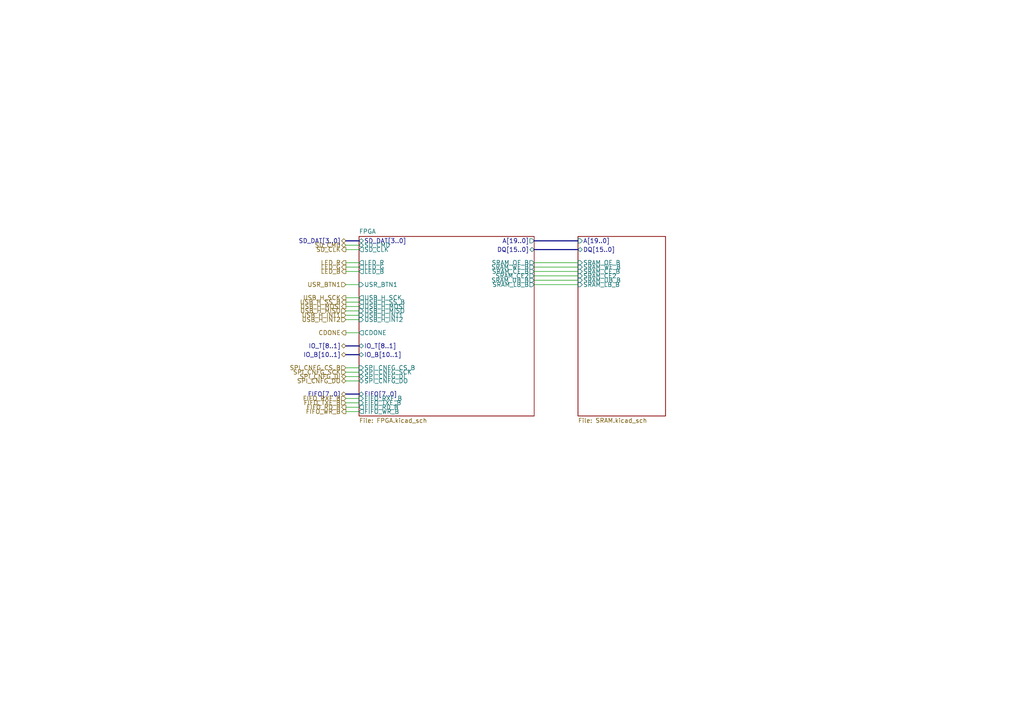
<source format=kicad_sch>
(kicad_sch
	(version 20250114)
	(generator "eeschema")
	(generator_version "9.0")
	(uuid "4352297a-e32b-4d0d-aeec-02d3edae7d1a")
	(paper "A4")
	(lib_symbols)
	(wire
		(pts
			(xy 154.94 78.74) (xy 167.64 78.74)
		)
		(stroke
			(width 0)
			(type default)
		)
		(uuid "0cd21ca4-29b7-4026-9f50-7b09699f7402")
	)
	(wire
		(pts
			(xy 100.33 118.11) (xy 104.14 118.11)
		)
		(stroke
			(width 0)
			(type default)
		)
		(uuid "0ded3ce6-b966-445e-aacc-bc9b42593b85")
	)
	(bus
		(pts
			(xy 154.94 69.85) (xy 167.64 69.85)
		)
		(stroke
			(width 0)
			(type default)
		)
		(uuid "13ecce82-6aba-4d21-b5c0-c820101e6a5a")
	)
	(bus
		(pts
			(xy 100.33 102.87) (xy 104.14 102.87)
		)
		(stroke
			(width 0)
			(type default)
		)
		(uuid "1eaf0903-38b9-4a19-b180-7c1ec1aa00e4")
	)
	(wire
		(pts
			(xy 100.33 78.74) (xy 104.14 78.74)
		)
		(stroke
			(width 0)
			(type default)
		)
		(uuid "251fb74a-e0c5-44e9-96a2-fd13ec306d69")
	)
	(wire
		(pts
			(xy 100.33 91.44) (xy 104.14 91.44)
		)
		(stroke
			(width 0)
			(type default)
		)
		(uuid "2d2b7b40-816e-4ad6-ac97-100b1008dfb5")
	)
	(wire
		(pts
			(xy 100.33 96.52) (xy 104.14 96.52)
		)
		(stroke
			(width 0)
			(type default)
		)
		(uuid "30d4207c-39b2-427d-909e-b43e1184a4c8")
	)
	(wire
		(pts
			(xy 100.33 71.12) (xy 104.14 71.12)
		)
		(stroke
			(width 0)
			(type default)
		)
		(uuid "335d4511-dd9b-4265-8f21-d6e8569d47c9")
	)
	(wire
		(pts
			(xy 100.33 110.49) (xy 104.14 110.49)
		)
		(stroke
			(width 0)
			(type default)
		)
		(uuid "38ac094c-11fe-4703-9eba-2a6604cb4101")
	)
	(wire
		(pts
			(xy 100.33 109.22) (xy 104.14 109.22)
		)
		(stroke
			(width 0)
			(type default)
		)
		(uuid "3f699d68-efa3-4d4b-90c6-b18b542b13fe")
	)
	(wire
		(pts
			(xy 100.33 76.2) (xy 104.14 76.2)
		)
		(stroke
			(width 0)
			(type default)
		)
		(uuid "42bff415-6629-4914-81bb-a6e4651cedd8")
	)
	(bus
		(pts
			(xy 100.33 114.3) (xy 104.14 114.3)
		)
		(stroke
			(width 0)
			(type default)
		)
		(uuid "4c36b8de-0580-49d1-acf0-96e3a66c1266")
	)
	(wire
		(pts
			(xy 100.33 87.63) (xy 104.14 87.63)
		)
		(stroke
			(width 0)
			(type default)
		)
		(uuid "4d90f094-a6a8-4328-a783-2fc10549128c")
	)
	(wire
		(pts
			(xy 154.94 81.28) (xy 167.64 81.28)
		)
		(stroke
			(width 0)
			(type default)
		)
		(uuid "515fcdad-0710-4a40-a5a2-c9cd5d496065")
	)
	(wire
		(pts
			(xy 154.94 77.47) (xy 167.64 77.47)
		)
		(stroke
			(width 0)
			(type default)
		)
		(uuid "6bda5b1c-c9df-42b4-acc6-83818df4d21c")
	)
	(bus
		(pts
			(xy 154.94 72.39) (xy 167.64 72.39)
		)
		(stroke
			(width 0)
			(type default)
		)
		(uuid "6dd260d0-729c-49a0-89b7-61305c33b238")
	)
	(wire
		(pts
			(xy 100.33 92.71) (xy 104.14 92.71)
		)
		(stroke
			(width 0)
			(type default)
		)
		(uuid "736a9483-f484-4746-b850-4928fa2eb456")
	)
	(wire
		(pts
			(xy 100.33 90.17) (xy 104.14 90.17)
		)
		(stroke
			(width 0)
			(type default)
		)
		(uuid "75c6a5c2-e21f-4abb-9d70-354ed2d6e0ce")
	)
	(wire
		(pts
			(xy 100.33 86.36) (xy 104.14 86.36)
		)
		(stroke
			(width 0)
			(type default)
		)
		(uuid "7a1c0064-5b3f-48b6-9384-8eaaec9647f6")
	)
	(wire
		(pts
			(xy 100.33 119.38) (xy 104.14 119.38)
		)
		(stroke
			(width 0)
			(type default)
		)
		(uuid "7a468fbf-6953-41ca-9084-eb70980a268f")
	)
	(wire
		(pts
			(xy 100.33 107.95) (xy 104.14 107.95)
		)
		(stroke
			(width 0)
			(type default)
		)
		(uuid "976563df-5e51-40a3-bca0-d37354a52dbf")
	)
	(bus
		(pts
			(xy 100.33 69.85) (xy 104.14 69.85)
		)
		(stroke
			(width 0)
			(type default)
		)
		(uuid "bb301b87-01de-4273-8e6c-28ea2dd50287")
	)
	(wire
		(pts
			(xy 154.94 76.2) (xy 167.64 76.2)
		)
		(stroke
			(width 0)
			(type default)
		)
		(uuid "bd993e17-1a18-4178-9b76-d3c0f4722908")
	)
	(wire
		(pts
			(xy 100.33 115.57) (xy 104.14 115.57)
		)
		(stroke
			(width 0)
			(type default)
		)
		(uuid "c03d6c3c-5a1b-415c-b8ec-9fee7612bbef")
	)
	(wire
		(pts
			(xy 100.33 88.9) (xy 104.14 88.9)
		)
		(stroke
			(width 0)
			(type default)
		)
		(uuid "c399ca5e-d742-4b3f-b484-478caf6bebd8")
	)
	(wire
		(pts
			(xy 100.33 116.84) (xy 104.14 116.84)
		)
		(stroke
			(width 0)
			(type default)
		)
		(uuid "c5d7a71f-4000-4a8a-a4aa-33805c592c67")
	)
	(wire
		(pts
			(xy 154.94 80.01) (xy 167.64 80.01)
		)
		(stroke
			(width 0)
			(type default)
		)
		(uuid "cccabc71-33fb-4aff-ad70-fcf45c8e12af")
	)
	(wire
		(pts
			(xy 100.33 77.47) (xy 104.14 77.47)
		)
		(stroke
			(width 0)
			(type default)
		)
		(uuid "cf811994-f002-488c-a6a9-f4f8b3b9a044")
	)
	(wire
		(pts
			(xy 100.33 72.39) (xy 104.14 72.39)
		)
		(stroke
			(width 0)
			(type default)
		)
		(uuid "d95614c0-5a2b-4591-9c01-95c8ce24c97f")
	)
	(wire
		(pts
			(xy 154.94 82.55) (xy 167.64 82.55)
		)
		(stroke
			(width 0)
			(type default)
		)
		(uuid "e3876356-bc46-443d-a4eb-6e5500357cf8")
	)
	(wire
		(pts
			(xy 100.33 106.68) (xy 104.14 106.68)
		)
		(stroke
			(width 0)
			(type default)
		)
		(uuid "ebbb3a04-4d84-43c9-8deb-1268ee453a3a")
	)
	(wire
		(pts
			(xy 100.33 82.55) (xy 104.14 82.55)
		)
		(stroke
			(width 0)
			(type default)
		)
		(uuid "eca7f51a-5715-4fc0-8375-526d6ef1b6fa")
	)
	(bus
		(pts
			(xy 100.33 100.33) (xy 104.14 100.33)
		)
		(stroke
			(width 0)
			(type default)
		)
		(uuid "f6420543-5554-475f-a7e7-1321efef7a01")
	)
	(hierarchical_label "LED_B"
		(shape output)
		(at 100.33 78.74 180)
		(effects
			(font
				(size 1.27 1.27)
			)
			(justify right)
		)
		(uuid "02ce3184-12d3-4c0b-8757-c8cb8f79ca79")
	)
	(hierarchical_label "SD_DAT[3..0]"
		(shape bidirectional)
		(at 100.33 69.85 180)
		(effects
			(font
				(size 1.27 1.27)
			)
			(justify right)
		)
		(uuid "06c4fddb-1716-4a2e-a44e-9969f974819f")
	)
	(hierarchical_label "USB_H_SS_B"
		(shape output)
		(at 100.33 87.63 180)
		(effects
			(font
				(size 1.27 1.27)
			)
			(justify right)
		)
		(uuid "088d2d9b-191f-4fff-b51c-3b25ad7d612e")
	)
	(hierarchical_label "USR_BTN1"
		(shape input)
		(at 100.33 82.55 180)
		(effects
			(font
				(size 1.27 1.27)
			)
			(justify right)
		)
		(uuid "0c930c4f-3f1a-4798-be68-704437964705")
	)
	(hierarchical_label "CDONE"
		(shape output)
		(at 100.33 96.52 180)
		(effects
			(font
				(size 1.27 1.27)
			)
			(justify right)
		)
		(uuid "29cafb4b-96fc-467b-9001-b6c0099365dd")
	)
	(hierarchical_label "USB_H_MOSI"
		(shape output)
		(at 100.33 88.9 180)
		(effects
			(font
				(size 1.27 1.27)
			)
			(justify right)
		)
		(uuid "33f10cd2-5ad8-4148-88d4-cf6b53ce26c0")
	)
	(hierarchical_label "SPI_CNFG_DI"
		(shape bidirectional)
		(at 100.33 109.22 180)
		(effects
			(font
				(size 1.27 1.27)
			)
			(justify right)
		)
		(uuid "3d195c3a-bebb-4f81-b432-dff2597536d2")
	)
	(hierarchical_label "LED_R"
		(shape output)
		(at 100.33 76.2 180)
		(effects
			(font
				(size 1.27 1.27)
			)
			(justify right)
		)
		(uuid "40bb6364-e90f-4013-bedc-6a86bbd3ff27")
	)
	(hierarchical_label "USB_H_INT1"
		(shape input)
		(at 100.33 91.44 180)
		(effects
			(font
				(size 1.27 1.27)
			)
			(justify right)
		)
		(uuid "4535b783-f42e-4b76-b3eb-fbcdcfdb9f07")
	)
	(hierarchical_label "SPI_CNFG_DO"
		(shape bidirectional)
		(at 100.33 110.49 180)
		(effects
			(font
				(size 1.27 1.27)
			)
			(justify right)
		)
		(uuid "48d6abdb-e298-4545-84c8-88e13844d253")
	)
	(hierarchical_label "SD_CLK"
		(shape output)
		(at 100.33 72.39 180)
		(effects
			(font
				(size 1.27 1.27)
			)
			(justify right)
		)
		(uuid "4f548b0b-a604-4b2e-87f8-c06fb329ef34")
	)
	(hierarchical_label "SD_CMD"
		(shape bidirectional)
		(at 100.33 71.12 180)
		(effects
			(font
				(size 1.27 1.27)
			)
			(justify right)
		)
		(uuid "5811d458-bb73-401e-860c-d14093e515de")
	)
	(hierarchical_label "FIFO_RXF_B"
		(shape input)
		(at 100.33 115.57 180)
		(effects
			(font
				(size 1.27 1.27)
			)
			(justify right)
		)
		(uuid "63b1c38b-e99e-4ca9-a261-1ee9f81acf06")
	)
	(hierarchical_label "IO_T[8..1]"
		(shape bidirectional)
		(at 100.33 100.33 180)
		(effects
			(font
				(size 1.27 1.27)
			)
			(justify right)
		)
		(uuid "75726dc2-ff30-4dc4-b5d1-df2b83c4fccb")
	)
	(hierarchical_label "FIFO[7..0]"
		(shape bidirectional)
		(at 100.33 114.3 180)
		(effects
			(font
				(size 1.27 1.27)
			)
			(justify right)
		)
		(uuid "7923e515-468e-4163-9102-2be363927546")
	)
	(hierarchical_label "FIFO_RD_B"
		(shape output)
		(at 100.33 118.11 180)
		(effects
			(font
				(size 1.27 1.27)
			)
			(justify right)
		)
		(uuid "8a8540f8-53c7-4558-b82a-7ca2e35300fe")
	)
	(hierarchical_label "IO_B[10..1]"
		(shape bidirectional)
		(at 100.33 102.87 180)
		(effects
			(font
				(size 1.27 1.27)
			)
			(justify right)
		)
		(uuid "944d359b-3354-4590-a9b9-56f74d71dfdd")
	)
	(hierarchical_label "USB_H_SCK"
		(shape output)
		(at 100.33 86.36 180)
		(effects
			(font
				(size 1.27 1.27)
			)
			(justify right)
		)
		(uuid "9698c354-625c-4696-9f16-784a4244393d")
	)
	(hierarchical_label "SPI_CNFG_CS_B"
		(shape input)
		(at 100.33 106.68 180)
		(effects
			(font
				(size 1.27 1.27)
			)
			(justify right)
		)
		(uuid "b83dc967-d83c-49a7-b15a-175d8435a908")
	)
	(hierarchical_label "SPI_CNFG_SCK"
		(shape input)
		(at 100.33 107.95 180)
		(effects
			(font
				(size 1.27 1.27)
			)
			(justify right)
		)
		(uuid "b8f55118-fbae-4827-bbf6-5d9fa354b236")
	)
	(hierarchical_label "USB_H_INT2"
		(shape input)
		(at 100.33 92.71 180)
		(effects
			(font
				(size 1.27 1.27)
			)
			(justify right)
		)
		(uuid "c3ea36dc-df06-4b03-aad6-eec12acdacdd")
	)
	(hierarchical_label "FIFO_TXE_B"
		(shape input)
		(at 100.33 116.84 180)
		(effects
			(font
				(size 1.27 1.27)
			)
			(justify right)
		)
		(uuid "c81a4ca2-7aa1-4844-b245-cf1dffd3cd93")
	)
	(hierarchical_label "USB_H_MISO"
		(shape input)
		(at 100.33 90.17 180)
		(effects
			(font
				(size 1.27 1.27)
			)
			(justify right)
		)
		(uuid "cbb0c966-1d46-4a75-9e25-be537f70e057")
	)
	(hierarchical_label "LED_G"
		(shape output)
		(at 100.33 77.47 180)
		(effects
			(font
				(size 1.27 1.27)
			)
			(justify right)
		)
		(uuid "ce8042e3-25ec-482d-a84a-172ab2123db7")
	)
	(hierarchical_label "FIFO_WR_B"
		(shape output)
		(at 100.33 119.38 180)
		(effects
			(font
				(size 1.27 1.27)
			)
			(justify right)
		)
		(uuid "f31a3c5e-f6cf-49d8-a1dd-068b1a40ecd4")
	)
	(sheet
		(at 104.14 68.58)
		(size 50.8 52.07)
		(exclude_from_sim no)
		(in_bom yes)
		(on_board yes)
		(dnp no)
		(fields_autoplaced yes)
		(stroke
			(width 0.1524)
			(type solid)
		)
		(fill
			(color 0 0 0 0.0000)
		)
		(uuid "45951699-7d91-42f2-85db-3c9973456bfb")
		(property "Sheetname" "FPGA"
			(at 104.14 67.8684 0)
			(effects
				(font
					(size 1.27 1.27)
				)
				(justify left bottom)
			)
		)
		(property "Sheetfile" "FPGA.kicad_sch"
			(at 104.14 121.2346 0)
			(effects
				(font
					(size 1.27 1.27)
				)
				(justify left top)
			)
		)
		(pin "LED_R" output
			(at 104.14 76.2 180)
			(uuid "6dc58897-be08-45c7-a961-2a081f6839cc")
			(effects
				(font
					(size 1.27 1.27)
				)
				(justify left)
			)
		)
		(pin "LED_B" output
			(at 104.14 78.74 180)
			(uuid "deee3b8a-d204-4c81-bd97-5d158545c3b7")
			(effects
				(font
					(size 1.27 1.27)
				)
				(justify left)
			)
		)
		(pin "LED_G" output
			(at 104.14 77.47 180)
			(uuid "a6eeed8f-107f-4050-a0cf-fcb2465131ed")
			(effects
				(font
					(size 1.27 1.27)
				)
				(justify left)
			)
		)
		(pin "USR_BTN1" input
			(at 104.14 82.55 180)
			(uuid "d69abee9-3734-415f-b747-7e30b096685e")
			(effects
				(font
					(size 1.27 1.27)
				)
				(justify left)
			)
		)
		(pin "A[19..0]" output
			(at 154.94 69.85 0)
			(uuid "7019749e-5695-42dd-9336-53cd76fa8095")
			(effects
				(font
					(size 1.27 1.27)
				)
				(justify right)
			)
		)
		(pin "SRAM_CE_B" output
			(at 154.94 78.74 0)
			(uuid "7287ee9f-32d0-4be3-9f11-2c9a6c2f146a")
			(effects
				(font
					(size 1.27 1.27)
				)
				(justify right)
			)
		)
		(pin "SRAM_OE_B" output
			(at 154.94 76.2 0)
			(uuid "629380ed-d576-49b9-b8cb-d4d93c7f88c6")
			(effects
				(font
					(size 1.27 1.27)
				)
				(justify right)
			)
		)
		(pin "SRAM_CE2" output
			(at 154.94 80.01 0)
			(uuid "35d72f14-5e9f-4275-8441-b730c2ae6fd0")
			(effects
				(font
					(size 1.27 1.27)
				)
				(justify right)
			)
		)
		(pin "SRAM_WE_B" output
			(at 154.94 77.47 0)
			(uuid "af24777c-6dd7-43b4-9079-58c46cd37696")
			(effects
				(font
					(size 1.27 1.27)
				)
				(justify right)
			)
		)
		(pin "SRAM_LB_B" output
			(at 154.94 82.55 0)
			(uuid "509077a2-5294-456f-8bb1-2d58e6175c71")
			(effects
				(font
					(size 1.27 1.27)
				)
				(justify right)
			)
		)
		(pin "SRAM_UB_B" output
			(at 154.94 81.28 0)
			(uuid "e3d22509-5458-48f3-ad45-a72bfcec0569")
			(effects
				(font
					(size 1.27 1.27)
				)
				(justify right)
			)
		)
		(pin "DQ[15..0]" bidirectional
			(at 154.94 72.39 0)
			(uuid "6c4d50cd-400e-48e3-85a5-2216e0bacd26")
			(effects
				(font
					(size 1.27 1.27)
				)
				(justify right)
			)
		)
		(pin "CDONE" output
			(at 104.14 96.52 180)
			(uuid "c70f1786-21f7-4cf6-b9bd-022ac5965330")
			(effects
				(font
					(size 1.27 1.27)
				)
				(justify left)
			)
		)
		(pin "IO_T[8..1]" bidirectional
			(at 104.14 100.33 180)
			(uuid "a4873cff-2065-437c-8ab2-35dff852ebb5")
			(effects
				(font
					(size 1.27 1.27)
				)
				(justify left)
			)
		)
		(pin "SD_DAT[3..0]" bidirectional
			(at 104.14 69.85 180)
			(uuid "63b0a0db-d9dd-4d7e-a637-10b8abced289")
			(effects
				(font
					(size 1.27 1.27)
				)
				(justify left)
			)
		)
		(pin "SD_CMD" bidirectional
			(at 104.14 71.12 180)
			(uuid "019eacdd-4381-4de9-82b0-94798b7dba00")
			(effects
				(font
					(size 1.27 1.27)
				)
				(justify left)
			)
		)
		(pin "SD_CLK" output
			(at 104.14 72.39 180)
			(uuid "51a9d1c5-c6bd-4efc-88e5-30992470f73e")
			(effects
				(font
					(size 1.27 1.27)
				)
				(justify left)
			)
		)
		(pin "SPI_CNFG_DI" bidirectional
			(at 104.14 109.22 180)
			(uuid "00c9408a-5c62-4a64-94e1-92f70c1ec133")
			(effects
				(font
					(size 1.27 1.27)
				)
				(justify left)
			)
		)
		(pin "SPI_CNFG_CS_B" input
			(at 104.14 106.68 180)
			(uuid "b27a7506-3fae-44f1-a6ff-85527c079f51")
			(effects
				(font
					(size 1.27 1.27)
				)
				(justify left)
			)
		)
		(pin "SPI_CNFG_DO" bidirectional
			(at 104.14 110.49 180)
			(uuid "ef46fbc4-1474-4536-89f7-4ce8fad1ab7d")
			(effects
				(font
					(size 1.27 1.27)
				)
				(justify left)
			)
		)
		(pin "SPI_CNFG_SCK" input
			(at 104.14 107.95 180)
			(uuid "c23da42d-dfbe-45d7-ab05-53a7cd4c0101")
			(effects
				(font
					(size 1.27 1.27)
				)
				(justify left)
			)
		)
		(pin "FIFO[7..0]" bidirectional
			(at 104.14 114.3 180)
			(uuid "d3503bc1-3a31-4285-8bc2-2135298a807e")
			(effects
				(font
					(size 1.27 1.27)
				)
				(justify left)
			)
		)
		(pin "FIFO_RD_B" output
			(at 104.14 118.11 180)
			(uuid "a619252c-ee40-4014-b5cc-e90d8b01916d")
			(effects
				(font
					(size 1.27 1.27)
				)
				(justify left)
			)
		)
		(pin "FIFO_WR_B" output
			(at 104.14 119.38 180)
			(uuid "e389a763-f70d-43ea-8c7d-420d3b124316")
			(effects
				(font
					(size 1.27 1.27)
				)
				(justify left)
			)
		)
		(pin "FIFO_RXF_B" input
			(at 104.14 115.57 180)
			(uuid "fa78eec4-8ec3-4ec2-92d2-59b104ffba16")
			(effects
				(font
					(size 1.27 1.27)
				)
				(justify left)
			)
		)
		(pin "FIFO_TXE_B" input
			(at 104.14 116.84 180)
			(uuid "a093c02b-6b7e-4979-92f7-962cb91ccf50")
			(effects
				(font
					(size 1.27 1.27)
				)
				(justify left)
			)
		)
		(pin "IO_B[10..1]" bidirectional
			(at 104.14 102.87 180)
			(uuid "02966e75-3e6c-469c-963e-334f263612df")
			(effects
				(font
					(size 1.27 1.27)
				)
				(justify left)
			)
		)
		(pin "USB_H_INT1" input
			(at 104.14 91.44 180)
			(uuid "7833cecf-2534-4706-b8e3-633036cf4b66")
			(effects
				(font
					(size 1.27 1.27)
				)
				(justify left)
			)
		)
		(pin "USB_H_SS_B" output
			(at 104.14 87.63 180)
			(uuid "9454b4fe-d093-491b-974c-faa77b3e74d6")
			(effects
				(font
					(size 1.27 1.27)
				)
				(justify left)
			)
		)
		(pin "USB_H_INT2" input
			(at 104.14 92.71 180)
			(uuid "4993a76f-1260-459f-ac51-427ff64501c6")
			(effects
				(font
					(size 1.27 1.27)
				)
				(justify left)
			)
		)
		(pin "USB_H_MOSI" output
			(at 104.14 88.9 180)
			(uuid "ab0c7a2e-9fd8-419a-a6f2-8d337135ceca")
			(effects
				(font
					(size 1.27 1.27)
				)
				(justify left)
			)
		)
		(pin "USB_H_MISO" input
			(at 104.14 90.17 180)
			(uuid "f8f5b31f-bc98-4451-b03a-6d1db2a72d2d")
			(effects
				(font
					(size 1.27 1.27)
				)
				(justify left)
			)
		)
		(pin "USB_H_SCK" output
			(at 104.14 86.36 180)
			(uuid "8da63161-07a5-4b77-af3c-a9505bbdb7e9")
			(effects
				(font
					(size 1.27 1.27)
				)
				(justify left)
			)
		)
		(instances
			(project "SeedSBC_rev1_2"
				(path "/9328a39f-e46f-4e23-a67b-f837d10a1254/ead0e1f6-3bed-4a4d-ba2e-bcbc99eccbe8"
					(page "10")
				)
			)
		)
	)
	(sheet
		(at 167.64 68.58)
		(size 25.4 52.07)
		(exclude_from_sim no)
		(in_bom yes)
		(on_board yes)
		(dnp no)
		(fields_autoplaced yes)
		(stroke
			(width 0.1524)
			(type solid)
		)
		(fill
			(color 0 0 0 0.0000)
		)
		(uuid "473a3989-8d64-4465-9744-9671bd8b9561")
		(property "Sheetname" "SRAM"
			(at 167.64 67.8684 0)
			(effects
				(font
					(size 1.27 1.27)
				)
				(justify left bottom)
				(hide yes)
			)
		)
		(property "Sheetfile" "SRAM.kicad_sch"
			(at 167.64 121.2346 0)
			(effects
				(font
					(size 1.27 1.27)
				)
				(justify left top)
			)
		)
		(pin "SRAM_OE_B" input
			(at 167.64 76.2 180)
			(uuid "e12adaca-0c9b-47fd-bad0-97c667ff27b3")
			(effects
				(font
					(size 1.27 1.27)
				)
				(justify left)
			)
		)
		(pin "A[19..0]" input
			(at 167.64 69.85 180)
			(uuid "c97aa1cb-9faa-422b-9820-d2e3cd3e17cc")
			(effects
				(font
					(size 1.27 1.27)
				)
				(justify left)
			)
		)
		(pin "SRAM_WE_B" input
			(at 167.64 77.47 180)
			(uuid "adb63d82-2d39-4bdd-a598-f74341f18922")
			(effects
				(font
					(size 1.27 1.27)
				)
				(justify left)
			)
		)
		(pin "SRAM_LB_B" input
			(at 167.64 82.55 180)
			(uuid "55eb5c48-cd3e-43b9-bed0-0b451a7b8f56")
			(effects
				(font
					(size 1.27 1.27)
				)
				(justify left)
			)
		)
		(pin "DQ[15..0]" bidirectional
			(at 167.64 72.39 180)
			(uuid "e185642f-2641-41e6-897d-786515aeaef6")
			(effects
				(font
					(size 1.27 1.27)
				)
				(justify left)
			)
		)
		(pin "SRAM_CE2" input
			(at 167.64 80.01 180)
			(uuid "2a1bcb79-fe40-42a4-adf3-2ee65dff7eda")
			(effects
				(font
					(size 1.27 1.27)
				)
				(justify left)
			)
		)
		(pin "SRAM_CE_B" input
			(at 167.64 78.74 180)
			(uuid "a0af5eb0-7896-4855-a5b3-e520cc2baf87")
			(effects
				(font
					(size 1.27 1.27)
				)
				(justify left)
			)
		)
		(pin "SRAM_UB_B" input
			(at 167.64 81.28 180)
			(uuid "b8f7985a-0d11-441a-a124-0a85ec87cd2e")
			(effects
				(font
					(size 1.27 1.27)
				)
				(justify left)
			)
		)
		(instances
			(project "SeedSBC_rev1_2"
				(path "/9328a39f-e46f-4e23-a67b-f837d10a1254/ead0e1f6-3bed-4a4d-ba2e-bcbc99eccbe8"
					(page "9")
				)
			)
		)
	)
)

</source>
